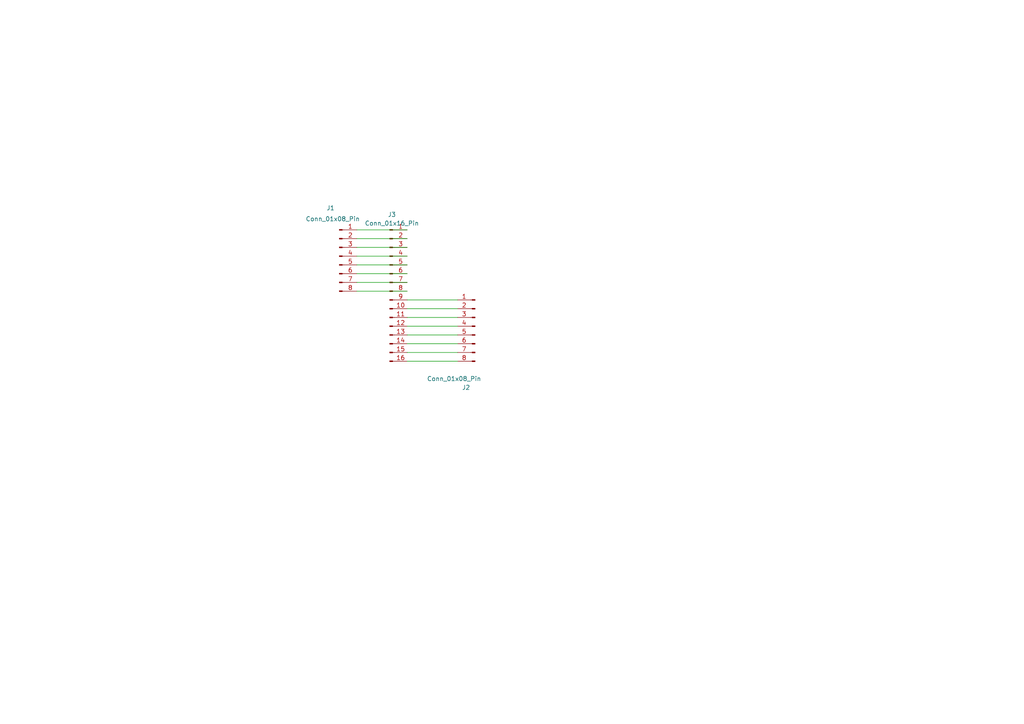
<source format=kicad_sch>
(kicad_sch (version 20230121) (generator eeschema)

  (uuid f50eafd4-9d81-421c-86a1-108bdf37f483)

  (paper "A4")

  (lib_symbols
    (symbol "Connector:Conn_01x08_Pin" (pin_names (offset 1.016) hide) (in_bom yes) (on_board yes)
      (property "Reference" "J" (at 0 10.16 0)
        (effects (font (size 1.27 1.27)))
      )
      (property "Value" "Conn_01x08_Pin" (at 0 -12.7 0)
        (effects (font (size 1.27 1.27)))
      )
      (property "Footprint" "" (at 0 0 0)
        (effects (font (size 1.27 1.27)) hide)
      )
      (property "Datasheet" "~" (at 0 0 0)
        (effects (font (size 1.27 1.27)) hide)
      )
      (property "ki_locked" "" (at 0 0 0)
        (effects (font (size 1.27 1.27)))
      )
      (property "ki_keywords" "connector" (at 0 0 0)
        (effects (font (size 1.27 1.27)) hide)
      )
      (property "ki_description" "Generic connector, single row, 01x08, script generated" (at 0 0 0)
        (effects (font (size 1.27 1.27)) hide)
      )
      (property "ki_fp_filters" "Connector*:*_1x??_*" (at 0 0 0)
        (effects (font (size 1.27 1.27)) hide)
      )
      (symbol "Conn_01x08_Pin_1_1"
        (polyline
          (pts
            (xy 1.27 -10.16)
            (xy 0.8636 -10.16)
          )
          (stroke (width 0.1524) (type default))
          (fill (type none))
        )
        (polyline
          (pts
            (xy 1.27 -7.62)
            (xy 0.8636 -7.62)
          )
          (stroke (width 0.1524) (type default))
          (fill (type none))
        )
        (polyline
          (pts
            (xy 1.27 -5.08)
            (xy 0.8636 -5.08)
          )
          (stroke (width 0.1524) (type default))
          (fill (type none))
        )
        (polyline
          (pts
            (xy 1.27 -2.54)
            (xy 0.8636 -2.54)
          )
          (stroke (width 0.1524) (type default))
          (fill (type none))
        )
        (polyline
          (pts
            (xy 1.27 0)
            (xy 0.8636 0)
          )
          (stroke (width 0.1524) (type default))
          (fill (type none))
        )
        (polyline
          (pts
            (xy 1.27 2.54)
            (xy 0.8636 2.54)
          )
          (stroke (width 0.1524) (type default))
          (fill (type none))
        )
        (polyline
          (pts
            (xy 1.27 5.08)
            (xy 0.8636 5.08)
          )
          (stroke (width 0.1524) (type default))
          (fill (type none))
        )
        (polyline
          (pts
            (xy 1.27 7.62)
            (xy 0.8636 7.62)
          )
          (stroke (width 0.1524) (type default))
          (fill (type none))
        )
        (rectangle (start 0.8636 -10.033) (end 0 -10.287)
          (stroke (width 0.1524) (type default))
          (fill (type outline))
        )
        (rectangle (start 0.8636 -7.493) (end 0 -7.747)
          (stroke (width 0.1524) (type default))
          (fill (type outline))
        )
        (rectangle (start 0.8636 -4.953) (end 0 -5.207)
          (stroke (width 0.1524) (type default))
          (fill (type outline))
        )
        (rectangle (start 0.8636 -2.413) (end 0 -2.667)
          (stroke (width 0.1524) (type default))
          (fill (type outline))
        )
        (rectangle (start 0.8636 0.127) (end 0 -0.127)
          (stroke (width 0.1524) (type default))
          (fill (type outline))
        )
        (rectangle (start 0.8636 2.667) (end 0 2.413)
          (stroke (width 0.1524) (type default))
          (fill (type outline))
        )
        (rectangle (start 0.8636 5.207) (end 0 4.953)
          (stroke (width 0.1524) (type default))
          (fill (type outline))
        )
        (rectangle (start 0.8636 7.747) (end 0 7.493)
          (stroke (width 0.1524) (type default))
          (fill (type outline))
        )
        (pin passive line (at 5.08 7.62 180) (length 3.81)
          (name "Pin_1" (effects (font (size 1.27 1.27))))
          (number "1" (effects (font (size 1.27 1.27))))
        )
        (pin passive line (at 5.08 5.08 180) (length 3.81)
          (name "Pin_2" (effects (font (size 1.27 1.27))))
          (number "2" (effects (font (size 1.27 1.27))))
        )
        (pin passive line (at 5.08 2.54 180) (length 3.81)
          (name "Pin_3" (effects (font (size 1.27 1.27))))
          (number "3" (effects (font (size 1.27 1.27))))
        )
        (pin passive line (at 5.08 0 180) (length 3.81)
          (name "Pin_4" (effects (font (size 1.27 1.27))))
          (number "4" (effects (font (size 1.27 1.27))))
        )
        (pin passive line (at 5.08 -2.54 180) (length 3.81)
          (name "Pin_5" (effects (font (size 1.27 1.27))))
          (number "5" (effects (font (size 1.27 1.27))))
        )
        (pin passive line (at 5.08 -5.08 180) (length 3.81)
          (name "Pin_6" (effects (font (size 1.27 1.27))))
          (number "6" (effects (font (size 1.27 1.27))))
        )
        (pin passive line (at 5.08 -7.62 180) (length 3.81)
          (name "Pin_7" (effects (font (size 1.27 1.27))))
          (number "7" (effects (font (size 1.27 1.27))))
        )
        (pin passive line (at 5.08 -10.16 180) (length 3.81)
          (name "Pin_8" (effects (font (size 1.27 1.27))))
          (number "8" (effects (font (size 1.27 1.27))))
        )
      )
    )
    (symbol "Connector:Conn_01x16_Pin" (pin_names (offset 1.016) hide) (in_bom yes) (on_board yes)
      (property "Reference" "J" (at 0 20.32 0)
        (effects (font (size 1.27 1.27)))
      )
      (property "Value" "Conn_01x16_Pin" (at 0 -22.86 0)
        (effects (font (size 1.27 1.27)))
      )
      (property "Footprint" "" (at 0 0 0)
        (effects (font (size 1.27 1.27)) hide)
      )
      (property "Datasheet" "~" (at 0 0 0)
        (effects (font (size 1.27 1.27)) hide)
      )
      (property "ki_locked" "" (at 0 0 0)
        (effects (font (size 1.27 1.27)))
      )
      (property "ki_keywords" "connector" (at 0 0 0)
        (effects (font (size 1.27 1.27)) hide)
      )
      (property "ki_description" "Generic connector, single row, 01x16, script generated" (at 0 0 0)
        (effects (font (size 1.27 1.27)) hide)
      )
      (property "ki_fp_filters" "Connector*:*_1x??_*" (at 0 0 0)
        (effects (font (size 1.27 1.27)) hide)
      )
      (symbol "Conn_01x16_Pin_1_1"
        (polyline
          (pts
            (xy 1.27 -20.32)
            (xy 0.8636 -20.32)
          )
          (stroke (width 0.1524) (type default))
          (fill (type none))
        )
        (polyline
          (pts
            (xy 1.27 -17.78)
            (xy 0.8636 -17.78)
          )
          (stroke (width 0.1524) (type default))
          (fill (type none))
        )
        (polyline
          (pts
            (xy 1.27 -15.24)
            (xy 0.8636 -15.24)
          )
          (stroke (width 0.1524) (type default))
          (fill (type none))
        )
        (polyline
          (pts
            (xy 1.27 -12.7)
            (xy 0.8636 -12.7)
          )
          (stroke (width 0.1524) (type default))
          (fill (type none))
        )
        (polyline
          (pts
            (xy 1.27 -10.16)
            (xy 0.8636 -10.16)
          )
          (stroke (width 0.1524) (type default))
          (fill (type none))
        )
        (polyline
          (pts
            (xy 1.27 -7.62)
            (xy 0.8636 -7.62)
          )
          (stroke (width 0.1524) (type default))
          (fill (type none))
        )
        (polyline
          (pts
            (xy 1.27 -5.08)
            (xy 0.8636 -5.08)
          )
          (stroke (width 0.1524) (type default))
          (fill (type none))
        )
        (polyline
          (pts
            (xy 1.27 -2.54)
            (xy 0.8636 -2.54)
          )
          (stroke (width 0.1524) (type default))
          (fill (type none))
        )
        (polyline
          (pts
            (xy 1.27 0)
            (xy 0.8636 0)
          )
          (stroke (width 0.1524) (type default))
          (fill (type none))
        )
        (polyline
          (pts
            (xy 1.27 2.54)
            (xy 0.8636 2.54)
          )
          (stroke (width 0.1524) (type default))
          (fill (type none))
        )
        (polyline
          (pts
            (xy 1.27 5.08)
            (xy 0.8636 5.08)
          )
          (stroke (width 0.1524) (type default))
          (fill (type none))
        )
        (polyline
          (pts
            (xy 1.27 7.62)
            (xy 0.8636 7.62)
          )
          (stroke (width 0.1524) (type default))
          (fill (type none))
        )
        (polyline
          (pts
            (xy 1.27 10.16)
            (xy 0.8636 10.16)
          )
          (stroke (width 0.1524) (type default))
          (fill (type none))
        )
        (polyline
          (pts
            (xy 1.27 12.7)
            (xy 0.8636 12.7)
          )
          (stroke (width 0.1524) (type default))
          (fill (type none))
        )
        (polyline
          (pts
            (xy 1.27 15.24)
            (xy 0.8636 15.24)
          )
          (stroke (width 0.1524) (type default))
          (fill (type none))
        )
        (polyline
          (pts
            (xy 1.27 17.78)
            (xy 0.8636 17.78)
          )
          (stroke (width 0.1524) (type default))
          (fill (type none))
        )
        (rectangle (start 0.8636 -20.193) (end 0 -20.447)
          (stroke (width 0.1524) (type default))
          (fill (type outline))
        )
        (rectangle (start 0.8636 -17.653) (end 0 -17.907)
          (stroke (width 0.1524) (type default))
          (fill (type outline))
        )
        (rectangle (start 0.8636 -15.113) (end 0 -15.367)
          (stroke (width 0.1524) (type default))
          (fill (type outline))
        )
        (rectangle (start 0.8636 -12.573) (end 0 -12.827)
          (stroke (width 0.1524) (type default))
          (fill (type outline))
        )
        (rectangle (start 0.8636 -10.033) (end 0 -10.287)
          (stroke (width 0.1524) (type default))
          (fill (type outline))
        )
        (rectangle (start 0.8636 -7.493) (end 0 -7.747)
          (stroke (width 0.1524) (type default))
          (fill (type outline))
        )
        (rectangle (start 0.8636 -4.953) (end 0 -5.207)
          (stroke (width 0.1524) (type default))
          (fill (type outline))
        )
        (rectangle (start 0.8636 -2.413) (end 0 -2.667)
          (stroke (width 0.1524) (type default))
          (fill (type outline))
        )
        (rectangle (start 0.8636 0.127) (end 0 -0.127)
          (stroke (width 0.1524) (type default))
          (fill (type outline))
        )
        (rectangle (start 0.8636 2.667) (end 0 2.413)
          (stroke (width 0.1524) (type default))
          (fill (type outline))
        )
        (rectangle (start 0.8636 5.207) (end 0 4.953)
          (stroke (width 0.1524) (type default))
          (fill (type outline))
        )
        (rectangle (start 0.8636 7.747) (end 0 7.493)
          (stroke (width 0.1524) (type default))
          (fill (type outline))
        )
        (rectangle (start 0.8636 10.287) (end 0 10.033)
          (stroke (width 0.1524) (type default))
          (fill (type outline))
        )
        (rectangle (start 0.8636 12.827) (end 0 12.573)
          (stroke (width 0.1524) (type default))
          (fill (type outline))
        )
        (rectangle (start 0.8636 15.367) (end 0 15.113)
          (stroke (width 0.1524) (type default))
          (fill (type outline))
        )
        (rectangle (start 0.8636 17.907) (end 0 17.653)
          (stroke (width 0.1524) (type default))
          (fill (type outline))
        )
        (pin passive line (at 5.08 17.78 180) (length 3.81)
          (name "Pin_1" (effects (font (size 1.27 1.27))))
          (number "1" (effects (font (size 1.27 1.27))))
        )
        (pin passive line (at 5.08 -5.08 180) (length 3.81)
          (name "Pin_10" (effects (font (size 1.27 1.27))))
          (number "10" (effects (font (size 1.27 1.27))))
        )
        (pin passive line (at 5.08 -7.62 180) (length 3.81)
          (name "Pin_11" (effects (font (size 1.27 1.27))))
          (number "11" (effects (font (size 1.27 1.27))))
        )
        (pin passive line (at 5.08 -10.16 180) (length 3.81)
          (name "Pin_12" (effects (font (size 1.27 1.27))))
          (number "12" (effects (font (size 1.27 1.27))))
        )
        (pin passive line (at 5.08 -12.7 180) (length 3.81)
          (name "Pin_13" (effects (font (size 1.27 1.27))))
          (number "13" (effects (font (size 1.27 1.27))))
        )
        (pin passive line (at 5.08 -15.24 180) (length 3.81)
          (name "Pin_14" (effects (font (size 1.27 1.27))))
          (number "14" (effects (font (size 1.27 1.27))))
        )
        (pin passive line (at 5.08 -17.78 180) (length 3.81)
          (name "Pin_15" (effects (font (size 1.27 1.27))))
          (number "15" (effects (font (size 1.27 1.27))))
        )
        (pin passive line (at 5.08 -20.32 180) (length 3.81)
          (name "Pin_16" (effects (font (size 1.27 1.27))))
          (number "16" (effects (font (size 1.27 1.27))))
        )
        (pin passive line (at 5.08 15.24 180) (length 3.81)
          (name "Pin_2" (effects (font (size 1.27 1.27))))
          (number "2" (effects (font (size 1.27 1.27))))
        )
        (pin passive line (at 5.08 12.7 180) (length 3.81)
          (name "Pin_3" (effects (font (size 1.27 1.27))))
          (number "3" (effects (font (size 1.27 1.27))))
        )
        (pin passive line (at 5.08 10.16 180) (length 3.81)
          (name "Pin_4" (effects (font (size 1.27 1.27))))
          (number "4" (effects (font (size 1.27 1.27))))
        )
        (pin passive line (at 5.08 7.62 180) (length 3.81)
          (name "Pin_5" (effects (font (size 1.27 1.27))))
          (number "5" (effects (font (size 1.27 1.27))))
        )
        (pin passive line (at 5.08 5.08 180) (length 3.81)
          (name "Pin_6" (effects (font (size 1.27 1.27))))
          (number "6" (effects (font (size 1.27 1.27))))
        )
        (pin passive line (at 5.08 2.54 180) (length 3.81)
          (name "Pin_7" (effects (font (size 1.27 1.27))))
          (number "7" (effects (font (size 1.27 1.27))))
        )
        (pin passive line (at 5.08 0 180) (length 3.81)
          (name "Pin_8" (effects (font (size 1.27 1.27))))
          (number "8" (effects (font (size 1.27 1.27))))
        )
        (pin passive line (at 5.08 -2.54 180) (length 3.81)
          (name "Pin_9" (effects (font (size 1.27 1.27))))
          (number "9" (effects (font (size 1.27 1.27))))
        )
      )
    )
  )


  (wire (pts (xy 103.505 84.455) (xy 118.11 84.455))
    (stroke (width 0) (type default))
    (uuid 0b152fde-df00-4bc9-8e38-41174dc42e2a)
  )
  (wire (pts (xy 103.505 81.915) (xy 118.11 81.915))
    (stroke (width 0) (type default))
    (uuid 17d56750-1524-4e91-a63c-d9f19af5fb92)
  )
  (wire (pts (xy 103.505 76.835) (xy 118.11 76.835))
    (stroke (width 0) (type default))
    (uuid 2680a24b-0404-49f0-9531-26798310f46e)
  )
  (wire (pts (xy 103.505 74.295) (xy 118.11 74.295))
    (stroke (width 0) (type default))
    (uuid 2ac755ba-1bd2-4a50-9752-5fd1c3527a5d)
  )
  (wire (pts (xy 118.11 86.995) (xy 132.715 86.995))
    (stroke (width 0) (type default))
    (uuid 3cda0d50-f61b-42f6-a13b-f4894786eb18)
  )
  (wire (pts (xy 118.11 89.535) (xy 132.715 89.535))
    (stroke (width 0) (type default))
    (uuid 51695879-caf2-4683-b9c1-242dfddfec5d)
  )
  (wire (pts (xy 103.505 71.755) (xy 118.11 71.755))
    (stroke (width 0) (type default))
    (uuid 6408a0b5-e962-4c18-9144-c953cecd86ad)
  )
  (wire (pts (xy 118.11 104.775) (xy 132.715 104.775))
    (stroke (width 0) (type default))
    (uuid 71c63500-0898-4840-9322-734bbf75f542)
  )
  (wire (pts (xy 118.11 94.615) (xy 132.715 94.615))
    (stroke (width 0) (type default))
    (uuid 7a38fb6c-39a6-4145-87c9-bc5bb690db81)
  )
  (wire (pts (xy 103.505 79.375) (xy 118.11 79.375))
    (stroke (width 0) (type default))
    (uuid 83dd0e8e-01b5-41f5-9fd9-75aafbb29c2d)
  )
  (wire (pts (xy 118.11 99.695) (xy 132.715 99.695))
    (stroke (width 0) (type default))
    (uuid ba5a6f46-4935-464b-a6ac-58869d7c6908)
  )
  (wire (pts (xy 118.11 102.235) (xy 132.715 102.235))
    (stroke (width 0) (type default))
    (uuid cd0b6062-9894-4107-bb55-128343ee8812)
  )
  (wire (pts (xy 103.505 69.215) (xy 118.11 69.215))
    (stroke (width 0) (type default))
    (uuid e0f77b75-b7f0-4393-ad03-49d6cc7005ab)
  )
  (wire (pts (xy 103.505 66.675) (xy 118.11 66.675))
    (stroke (width 0) (type default))
    (uuid e142ff47-52b7-489b-ad1f-e5a9d54e03d1)
  )
  (wire (pts (xy 118.11 97.155) (xy 132.715 97.155))
    (stroke (width 0) (type default))
    (uuid f0b81845-c710-48f4-95e5-c9227ed978b7)
  )
  (wire (pts (xy 118.11 92.075) (xy 132.715 92.075))
    (stroke (width 0) (type default))
    (uuid fba0bb28-18e7-48ce-bf14-0e7a0d975585)
  )

  (symbol (lib_id "Connector:Conn_01x08_Pin") (at 98.425 74.295 0) (unit 1)
    (in_bom yes) (on_board yes) (dnp no)
    (uuid 5bc40d66-9468-4b6a-97e1-89baf6a269ec)
    (property "Reference" "J1" (at 95.885 60.325 0)
      (effects (font (size 1.27 1.27)))
    )
    (property "Value" "Conn_01x08_Pin" (at 96.52 63.5 0)
      (effects (font (size 1.27 1.27)))
    )
    (property "Footprint" "Connector_PinHeader_2.54mm:PinHeader_1x08_P2.54mm_Vertical" (at 98.425 74.295 0)
      (effects (font (size 1.27 1.27)) hide)
    )
    (property "Datasheet" "~" (at 98.425 74.295 0)
      (effects (font (size 1.27 1.27)) hide)
    )
    (pin "1" (uuid 69129b15-eef9-4a9c-bcb5-1405a58a02b4))
    (pin "2" (uuid f56b953e-5b90-48c0-982e-c32e5650f63c))
    (pin "3" (uuid 24c5d4c1-991a-4c6f-ba4f-396ca0c9e7c2))
    (pin "4" (uuid 1101dc34-d6e4-451c-8182-91098b098e78))
    (pin "5" (uuid 5d98c865-a4ad-477f-b202-502db76bf9b5))
    (pin "6" (uuid 57fad01c-6fbd-41a3-819c-3926da984865))
    (pin "7" (uuid 5af9efef-a400-4843-aecb-fbb635e80ea3))
    (pin "8" (uuid 9c4a9efc-e743-492e-b38f-009963e9dc45))
    (instances
      (project "SOICBreakout"
        (path "/f50eafd4-9d81-421c-86a1-108bdf37f483"
          (reference "J1") (unit 1)
        )
      )
    )
  )

  (symbol (lib_id "Connector:Conn_01x16_Pin") (at 113.03 84.455 0) (unit 1)
    (in_bom yes) (on_board yes) (dnp no) (fields_autoplaced)
    (uuid 75a749fc-c4b6-44de-a171-352434cc9220)
    (property "Reference" "J3" (at 113.665 62.23 0)
      (effects (font (size 1.27 1.27)))
    )
    (property "Value" "Conn_01x16_Pin" (at 113.665 64.77 0)
      (effects (font (size 1.27 1.27)))
    )
    (property "Footprint" "Package_SO:SOIC-16_4.55x10.3mm_P1.27mm" (at 113.03 84.455 0)
      (effects (font (size 1.27 1.27)) hide)
    )
    (property "Datasheet" "~" (at 113.03 84.455 0)
      (effects (font (size 1.27 1.27)) hide)
    )
    (pin "1" (uuid 799c3cb9-c062-453a-a02b-26d075e941d6))
    (pin "10" (uuid a6b09b28-a465-4ae2-9e96-d9b486073e05))
    (pin "11" (uuid 9375241c-59f0-420d-ba92-5f476612e4b9))
    (pin "12" (uuid 30dd8582-05fe-4586-aa6f-9be878728d4a))
    (pin "13" (uuid 898c7b19-c5eb-454d-90b1-c6b7ae7d213a))
    (pin "14" (uuid 0c6eba7e-2ca6-4501-b9a9-bdf3f666c8b3))
    (pin "15" (uuid 5decf98e-aabf-4bc5-80ba-1b2840b475a9))
    (pin "16" (uuid 049b0b94-faf3-4f9d-82be-c357aebc03c6))
    (pin "2" (uuid 3711efd4-77fa-4bf9-8722-36ac2b9018ee))
    (pin "3" (uuid 3640d1b2-3e23-455f-9afa-f479d294da02))
    (pin "4" (uuid 05692d14-a941-48df-bc02-d1f434c4825c))
    (pin "5" (uuid a494f60c-e33c-4719-8b43-0a8a075f7abe))
    (pin "6" (uuid 024d4274-2479-4176-9bba-d116ca33960f))
    (pin "7" (uuid a1599bd0-381a-44be-985c-0421ab95dcc6))
    (pin "8" (uuid 83801311-bac4-419b-8806-b86c23a83c4b))
    (pin "9" (uuid 9b60f3e7-5862-4ffb-b283-6afee3203ba5))
    (instances
      (project "SOICBreakout"
        (path "/f50eafd4-9d81-421c-86a1-108bdf37f483"
          (reference "J3") (unit 1)
        )
      )
    )
  )

  (symbol (lib_id "Connector:Conn_01x08_Pin") (at 137.795 94.615 0) (mirror y) (unit 1)
    (in_bom yes) (on_board yes) (dnp no)
    (uuid e4077e43-9835-4d99-829d-45218d79c8e9)
    (property "Reference" "J2" (at 133.985 112.395 0)
      (effects (font (size 1.27 1.27)) (justify right))
    )
    (property "Value" "Conn_01x08_Pin" (at 123.825 109.855 0)
      (effects (font (size 1.27 1.27)) (justify right))
    )
    (property "Footprint" "Connector_PinHeader_2.54mm:PinHeader_1x08_P2.54mm_Vertical" (at 137.795 94.615 0)
      (effects (font (size 1.27 1.27)) hide)
    )
    (property "Datasheet" "~" (at 137.795 94.615 0)
      (effects (font (size 1.27 1.27)) hide)
    )
    (pin "1" (uuid 902b92f1-d771-483e-a62f-ca7b1a4a3ba1))
    (pin "2" (uuid 156c52a7-f4bd-4bc9-98f3-dc42509d516e))
    (pin "3" (uuid ffe0e793-038c-4ab1-a30c-bf8a1a51a07a))
    (pin "4" (uuid 03e7d809-89af-4385-a5b5-51bbb2503cb4))
    (pin "5" (uuid cb391624-dcd9-4054-9430-6a57ec6ee324))
    (pin "6" (uuid e8e0eed7-b0f8-4085-8edc-12e71f058e1b))
    (pin "7" (uuid af935af4-2916-4f1d-b4e2-cbb7211d718a))
    (pin "8" (uuid 416514b5-547d-49c9-b744-f606decfd2be))
    (instances
      (project "SOICBreakout"
        (path "/f50eafd4-9d81-421c-86a1-108bdf37f483"
          (reference "J2") (unit 1)
        )
      )
    )
  )

  (sheet_instances
    (path "/" (page "1"))
  )
)

</source>
